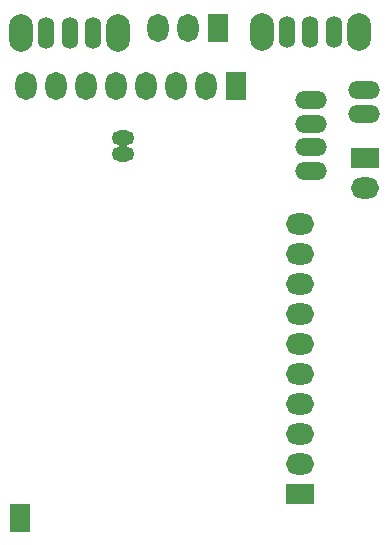
<source format=gbs>
G04 --- HEADER BEGIN --- *
%TF.GenerationSoftware,LibrePCB,LibrePCB,0.1.3*%
%TF.CreationDate,2020-05-24T18:28:55*%
%TF.ProjectId,SprigZero - default,93c98233-4b04-4051-a125-04f829bd9155,v1*%
%TF.Part,Single*%
%FSLAX66Y66*%
%MOMM*%
G01*
G74*
G04 --- HEADER END --- *
G04 --- APERTURE LIST BEGIN --- *
%ADD10O,2.7X1.5*%
%ADD11O,1.9X1.3*%
%ADD12O,2.39X1.787*%
%ADD13R,2.39X1.787*%
%ADD14R,1.787X2.39*%
%ADD15O,1.787X2.39*%
%ADD16O,1.4X2.7*%
%ADD17O,2.0X3.2*%
G04 --- APERTURE LIST END --- *
G04 --- BOARD BEGIN --- *
D10*
X27937500Y77796875D03*
X27937500Y75796875D03*
D11*
X7506250Y73746875D03*
X7506250Y72346875D03*
D12*
X27968750Y69511250D03*
D13*
X27968750Y72051250D03*
D14*
X15508750Y83046875D03*
D15*
X10428750Y83046875D03*
X12968750Y83046875D03*
X11948750Y78105000D03*
X9408750Y78105000D03*
X4328750Y78105000D03*
X14488750Y78105000D03*
X1788750Y78105000D03*
D14*
X17028750Y78105000D03*
D15*
X6868750Y78105000D03*
X-751250Y78105000D03*
D14*
X-1231250Y41575000D03*
D16*
X4975350Y82656250D03*
D17*
X7070850Y82656250D03*
X-1133350Y82656250D03*
D16*
X2968750Y82656250D03*
X962150Y82656250D03*
D10*
X23423750Y76949375D03*
X23423750Y72949375D03*
X23423750Y70949375D03*
X23423750Y74949375D03*
D16*
X21352775Y82734375D03*
D17*
X19257275Y82734375D03*
X27461475Y82734375D03*
D16*
X23359375Y82734375D03*
X25365975Y82734375D03*
D12*
X22500000Y53730000D03*
X22500000Y63890000D03*
X22500000Y61350000D03*
X22500000Y56270000D03*
X22500000Y58810000D03*
X22500000Y51190000D03*
X22500000Y66430000D03*
X22500000Y46110000D03*
D13*
X22500000Y43570000D03*
D12*
X22500000Y48650000D03*
G04 --- BOARD END --- *
%TF.MD5,dd258283a4cd4b863714c8091e05f2c3*%
M02*

</source>
